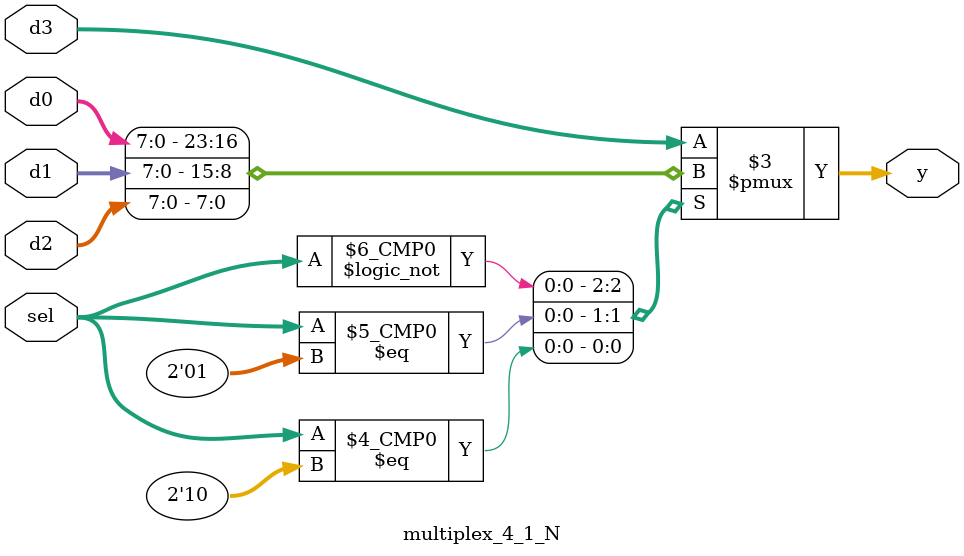
<source format=v>

module multiplex_4_1_N
#(parameter N = 8)
(
    input  wire [N-1:0] d0,
    input  wire [N-1:0] d1,
    input  wire [N-1:0] d2,
    input  wire [N-1:0] d3,
    input  wire [1:0]   sel,
    output reg  [N-1:0] y
);
    always @(*) begin
        case (sel)
            2'b00: y = d0;
            2'b01: y = d1;
            2'b10: y = d2;
            default: y = d3;
        endcase
    end
endmodule

</source>
